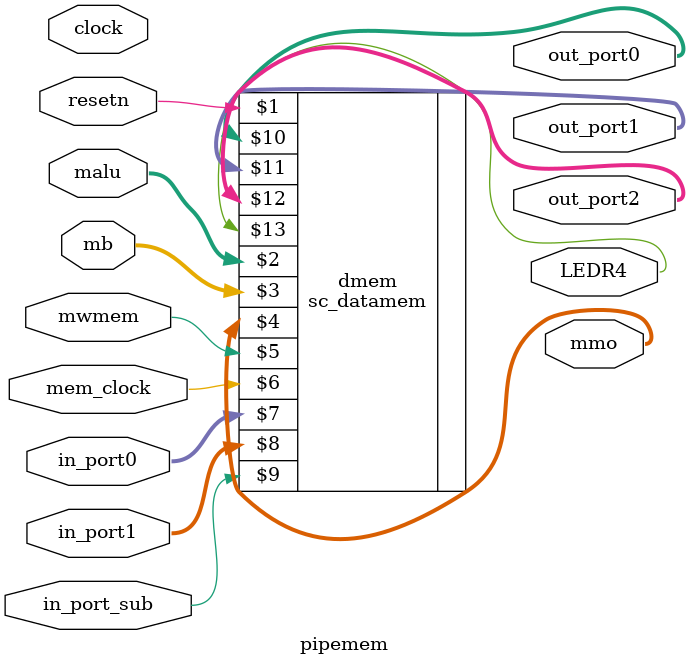
<source format=v>
module pipemem( resetn,mwmem, malu, mb, clock, mem_clock, mmo,in_port0,in_port1,in_port_sub,out_port0,out_port1,out_port2,LEDR4 );
	input          mwmem, clock,resetn;
	input  [31:0]  malu, mb;
	input         mem_clock,in_port_sub;
	input [3:0] in_port0,in_port1;
	output LEDR4;
	output [31:0]  mmo,out_port0,out_port1,out_port2;
	sc_datamem dmem( resetn,malu, mb, mmo, mwmem, mem_clock,in_port0,in_port1,in_port_sub,out_port0,out_port1,out_port2,LEDR4);

endmodule


</source>
